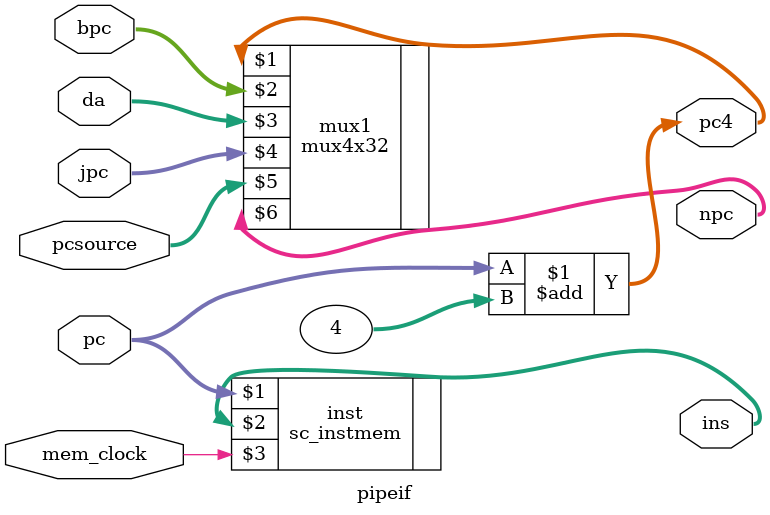
<source format=v>
module pipeif(
	input [1:0] pcsource,
	input [31: 0] pc,
	input [31: 0] bpc,
	input [31: 0] da, // jr指令对应的寄存器的值
	input [31: 0] jpc,
	output [31: 0] npc,
	output [31: 0] pc4,
	output [31: 0] ins,
	input mem_clock
);
	// npc pc4 ins缺省是wire
	assign pc4 = pc + 4;
	mux4x32 mux1(pc4, bpc, da, jpc, pcsource, npc); // 10->da 11-> jpc
	
	
	sc_instmem inst(pc, ins, mem_clock);


endmodule
</source>
